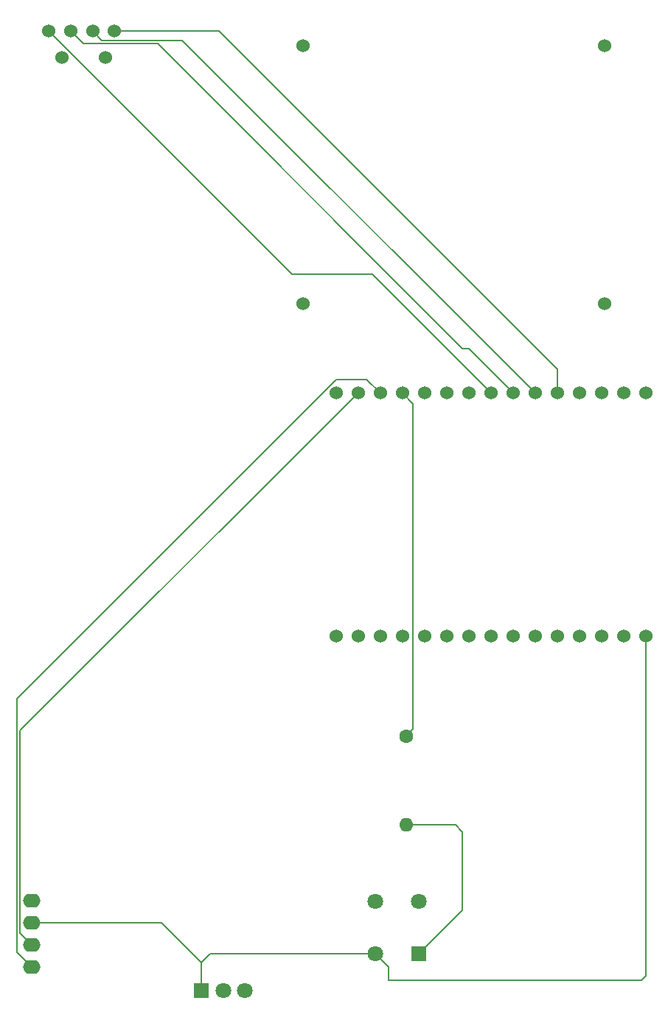
<source format=gbr>
%TF.GenerationSoftware,KiCad,Pcbnew,8.0.5-unknown-202409211835~1ac1a5bb3b~ubuntu24.04.1*%
%TF.CreationDate,2024-09-23T17:16:53-04:00*%
%TF.ProjectId,teaPCB,74656150-4342-42e6-9b69-6361645f7063,rev?*%
%TF.SameCoordinates,Original*%
%TF.FileFunction,Copper,L1,Top*%
%TF.FilePolarity,Positive*%
%FSLAX46Y46*%
G04 Gerber Fmt 4.6, Leading zero omitted, Abs format (unit mm)*
G04 Created by KiCad (PCBNEW 8.0.5-unknown-202409211835~1ac1a5bb3b~ubuntu24.04.1) date 2024-09-23 17:16:53*
%MOMM*%
%LPD*%
G01*
G04 APERTURE LIST*
%TA.AperFunction,ComponentPad*%
%ADD10C,1.524000*%
%TD*%
%TA.AperFunction,ComponentPad*%
%ADD11R,1.800000X1.800000*%
%TD*%
%TA.AperFunction,ComponentPad*%
%ADD12C,1.800000*%
%TD*%
%TA.AperFunction,ComponentPad*%
%ADD13C,1.600000*%
%TD*%
%TA.AperFunction,ComponentPad*%
%ADD14O,1.600000X1.600000*%
%TD*%
%TA.AperFunction,ComponentPad*%
%ADD15O,2.000000X1.600000*%
%TD*%
%TA.AperFunction,Conductor*%
%ADD16C,0.200000*%
%TD*%
G04 APERTURE END LIST*
D10*
%TO.P,REF\u002A\u002A,1*%
%TO.N,N/C*%
X134400000Y-94500000D03*
%TO.P,REF\u002A\u002A,2*%
X134400000Y-64900000D03*
%TO.P,REF\u002A\u002A,3*%
X169000000Y-64900000D03*
%TO.P,REF\u002A\u002A,4*%
X169000000Y-94500000D03*
%TD*%
%TO.P,U1,1,A0(ADC0)*%
%TO.N,Net-(U1-A0(ADC0))*%
X138140000Y-132700000D03*
%TO.P,U1,2,RSV*%
%TO.N,unconnected-(U1-RSV-Pad2)*%
X140680000Y-132700000D03*
%TO.P,U1,3,RSV*%
%TO.N,unconnected-(U1-RSV-Pad3)*%
X143220000Y-132700000D03*
%TO.P,U1,4,SD3(GPIO10)*%
%TO.N,unconnected-(U1-SD3(GPIO10)-Pad4)*%
X145760000Y-132700000D03*
%TO.P,U1,5,SD2(GPIO9)*%
%TO.N,unconnected-(U1-SD2(GPIO9)-Pad5)*%
X148300000Y-132700000D03*
%TO.P,U1,6,SD1(MOSI)*%
%TO.N,unconnected-(U1-SD1(MOSI)-Pad6)*%
X150840000Y-132700000D03*
%TO.P,U1,7,CMD(CS)*%
%TO.N,unconnected-(U1-CMD(CS)-Pad7)*%
X153380000Y-132700000D03*
%TO.P,U1,8,SDO(MISO)*%
%TO.N,unconnected-(U1-SDO(MISO)-Pad8)*%
X155920000Y-132700000D03*
%TO.P,U1,9,CLK(SCLK)*%
%TO.N,unconnected-(U1-CLK(SCLK)-Pad9)*%
X158460000Y-132700000D03*
%TO.P,U1,10,GND*%
%TO.N,unconnected-(U1-GND-Pad10)*%
X161000000Y-132700000D03*
%TO.P,U1,11,3.3V*%
%TO.N,unconnected-(U1-3.3V-Pad11)*%
X163540000Y-132700000D03*
%TO.P,U1,12,EN*%
%TO.N,unconnected-(U1-EN-Pad12)*%
X166080000Y-132700000D03*
%TO.P,U1,13,RST*%
%TO.N,unconnected-(U1-RST-Pad13)*%
X168620000Y-132700000D03*
%TO.P,U1,14,GND*%
%TO.N,GND*%
X171160000Y-132700000D03*
%TO.P,U1,15,VIN*%
%TO.N,+5V*%
X173700000Y-132700000D03*
%TO.P,U1,16,3.3V*%
%TO.N,unconnected-(U1-3.3V-Pad16)*%
X173700000Y-104760000D03*
%TO.P,U1,17,GND*%
%TO.N,unconnected-(U1-GND-Pad17)*%
X171160000Y-104760000D03*
%TO.P,U1,18,TX(GPIO1)*%
%TO.N,unconnected-(U1-TX(GPIO1)-Pad18)*%
X168620000Y-104760000D03*
%TO.P,U1,19,RX(DPIO3)*%
%TO.N,unconnected-(U1-RX(DPIO3)-Pad19)*%
X166080000Y-104760000D03*
%TO.P,U1,20,D8(GPIO15)*%
%TO.N,Net-(M2-IN4)*%
X163540000Y-104760000D03*
%TO.P,U1,21,D7(GPIO13)*%
%TO.N,Net-(M2-IN3)*%
X161000000Y-104760000D03*
%TO.P,U1,22,D6(GPIO12)*%
%TO.N,Net-(M2-IN2)*%
X158460000Y-104760000D03*
%TO.P,U1,23,D5(GPIO14)*%
%TO.N,Net-(M2-IN1)*%
X155920000Y-104760000D03*
%TO.P,U1,24,GND*%
%TO.N,unconnected-(U1-GND-Pad24)*%
X153380000Y-104760000D03*
%TO.P,U1,25,3.3V*%
%TO.N,unconnected-(U1-3.3V-Pad25)*%
X150840000Y-104760000D03*
%TO.P,U1,26,D4(GPIO2)*%
%TO.N,unconnected-(U1-D4(GPIO2)-Pad26)*%
X148300000Y-104760000D03*
%TO.P,U1,27,D3(GPIO0)*%
%TO.N,Net-(U1-D3(GPIO0))*%
X145760000Y-104760000D03*
%TO.P,U1,28,D2(GPIO4)*%
%TO.N,Net-(Brd1-SDA)*%
X143220000Y-104760000D03*
%TO.P,U1,29,D1(GPIO5)*%
%TO.N,Net-(Brd1-SCL)*%
X140680000Y-104760000D03*
%TO.P,U1,30,D0(GPIO16)*%
%TO.N,unconnected-(U1-D0(GPIO16)-Pad30)*%
X138140000Y-104760000D03*
%TD*%
D11*
%TO.P,SW1,1,1*%
%TO.N,Net-(R1-Pad2)*%
X147700000Y-169200000D03*
D12*
%TO.P,SW1,2,2*%
%TO.N,+5V*%
X142700000Y-169200000D03*
%TO.P,SW1,3*%
%TO.N,N/C*%
X147700000Y-163200000D03*
%TO.P,SW1,4*%
X142700000Y-163200000D03*
%TD*%
D11*
%TO.P,RV1,1,1*%
%TO.N,+5V*%
X122700000Y-173450000D03*
D12*
%TO.P,RV1,2,2*%
%TO.N,Net-(U1-A0(ADC0))*%
X125200000Y-173450000D03*
%TO.P,RV1,3,3*%
%TO.N,GND*%
X127700000Y-173450000D03*
%TD*%
D13*
%TO.P,R1,1*%
%TO.N,Net-(U1-D3(GPIO0))*%
X146200000Y-144200000D03*
D14*
%TO.P,R1,2*%
%TO.N,Net-(R1-Pad2)*%
X146200000Y-154360000D03*
%TD*%
D10*
%TO.P,M2,1,IN1*%
%TO.N,Net-(M2-IN1)*%
X105200000Y-63200000D03*
%TO.P,M2,2,IN2*%
%TO.N,Net-(M2-IN2)*%
X107700000Y-63200000D03*
%TO.P,M2,3,IN3*%
%TO.N,Net-(M2-IN3)*%
X110200000Y-63200000D03*
%TO.P,M2,4,IN4*%
%TO.N,Net-(M2-IN4)*%
X112700000Y-63200000D03*
%TO.P,M2,5,Vcc*%
%TO.N,+5V*%
X111700000Y-66200000D03*
%TO.P,M2,6,GND*%
%TO.N,GND*%
X106700000Y-66200000D03*
%TD*%
D15*
%TO.P,Brd1,4,SDA*%
%TO.N,Net-(Brd1-SDA)*%
X103200000Y-170700000D03*
%TO.P,Brd1,3,SCL*%
%TO.N,Net-(Brd1-SCL)*%
X103200000Y-168160000D03*
%TO.P,Brd1,1,GND*%
%TO.N,GND*%
X103200000Y-163080000D03*
%TO.P,Brd1,2,VCC*%
%TO.N,+5V*%
X103200000Y-165620000D03*
%TD*%
D16*
%TO.N,Net-(M2-IN1)*%
X105200000Y-63200000D02*
X105201895Y-63200000D01*
X105201895Y-63200000D02*
X133139895Y-91138000D01*
X133139895Y-91138000D02*
X142298000Y-91138000D01*
X142298000Y-91138000D02*
X155920000Y-104760000D01*
%TO.N,Net-(M2-IN2)*%
X153400000Y-99700000D02*
X152700000Y-99700000D01*
X117662000Y-64662000D02*
X109162000Y-64662000D01*
X158460000Y-104760000D02*
X153400000Y-99700000D01*
X152700000Y-99700000D02*
X117662000Y-64662000D01*
X109162000Y-64662000D02*
X107700000Y-63200000D01*
%TO.N,Net-(M2-IN3)*%
X110200000Y-63200000D02*
X111262000Y-64262000D01*
X111262000Y-64262000D02*
X120502000Y-64262000D01*
X120502000Y-64262000D02*
X161000000Y-104760000D01*
%TO.N,Net-(M2-IN4)*%
X163540000Y-104760000D02*
X163540000Y-102040000D01*
X163540000Y-102040000D02*
X124700000Y-63200000D01*
X124700000Y-63200000D02*
X112700000Y-63200000D01*
%TO.N,Net-(Brd1-SDA)*%
X103200000Y-170700000D02*
X101500000Y-169000000D01*
X101500000Y-169000000D02*
X101500000Y-139898105D01*
X101500000Y-139898105D02*
X138198105Y-103200000D01*
X138198105Y-103200000D02*
X141660000Y-103200000D01*
X141660000Y-103200000D02*
X143220000Y-104760000D01*
%TO.N,Net-(Brd1-SCL)*%
X103200000Y-168160000D02*
X101900000Y-166860000D01*
X101900000Y-166860000D02*
X101900000Y-143540000D01*
X101900000Y-143540000D02*
X140680000Y-104760000D01*
%TO.N,+5V*%
X103200000Y-165620000D02*
X118120000Y-165620000D01*
X118120000Y-165620000D02*
X122700000Y-170200000D01*
%TO.N,Net-(U1-D3(GPIO0))*%
X146999999Y-105999999D02*
X146999999Y-143400001D01*
X146999999Y-143400001D02*
X146200000Y-144200000D01*
%TO.N,Net-(R1-Pad2)*%
X152700000Y-155200000D02*
X152700000Y-164200000D01*
X152700000Y-164200000D02*
X147700000Y-169200000D01*
%TO.N,+5V*%
X173700000Y-132700000D02*
X173700000Y-171700000D01*
X144200000Y-170700000D02*
X142700000Y-169200000D01*
X173700000Y-171700000D02*
X173200000Y-172200000D01*
X173200000Y-172200000D02*
X144200000Y-172200000D01*
X144200000Y-172200000D02*
X144200000Y-170700000D01*
%TO.N,Net-(R1-Pad2)*%
X151860000Y-154360000D02*
X152700000Y-155200000D01*
X146200000Y-154360000D02*
X151860000Y-154360000D01*
%TO.N,+5V*%
X122700000Y-170200000D02*
X123700000Y-169200000D01*
X122700000Y-173450000D02*
X122700000Y-170200000D01*
X123700000Y-169200000D02*
X142700000Y-169200000D01*
%TO.N,Net-(U1-D3(GPIO0))*%
X146999999Y-105999999D02*
X145760000Y-104760000D01*
%TD*%
M02*

</source>
